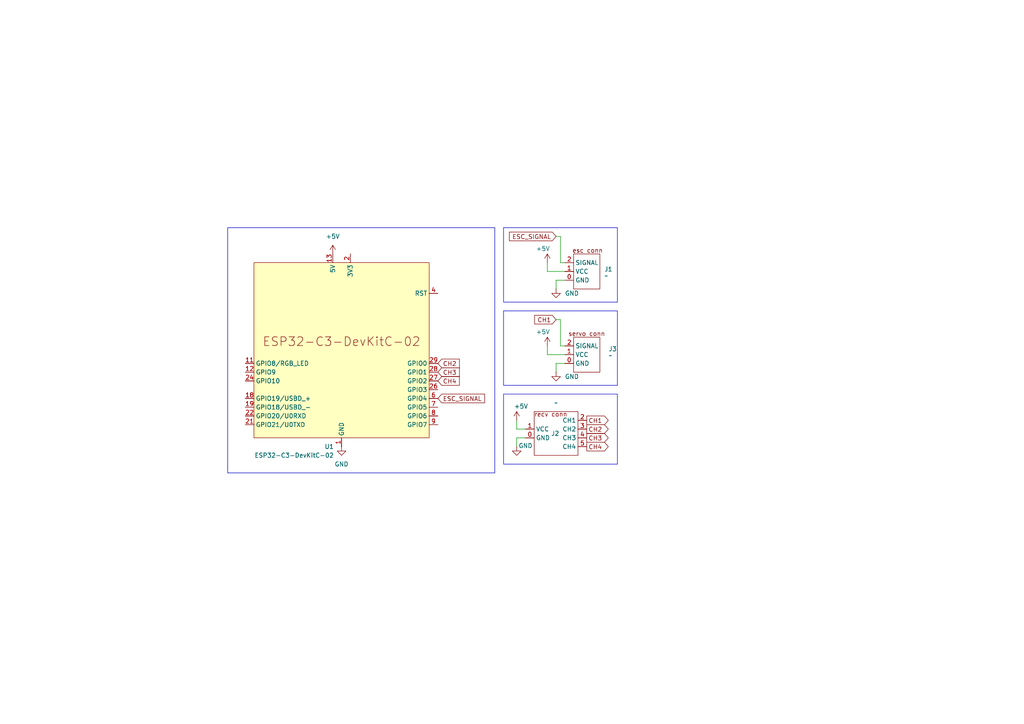
<source format=kicad_sch>
(kicad_sch (version 20231120) (generator "eeschema") (generator_version "8.0")
  (paper "A4")
  (lib_symbols
    (symbol "PCM_Espressif:ESP32-C3-DevKitC-02"
      (property "Reference" "U" (at -25.4 30.48 0))
      (property "Value" "ESP32-C3-DevKitC-02" (at -25.4 27.94 0))
      (symbol "ESP32-C3-DevKitC-02_0_1"
        (rectangle (start -25.4 25.4) (end 25.4 -25.4) (fill (type background)))
      )
      (symbol "ESP32-C3-DevKitC-02_1_0"
        (text "ESP32-C3-DevKitC-02" (at 0 2.54 0) (effects (font (size 2.54 2.54))))
      )
      (symbol "ESP32-C3-DevKitC-02_1_1"
        (pin passive line (at 0 -27.94 90) (length 2.54) (name "GND") (number "1"))
        (pin passive line (at 0 -27.94 90) (length 2.54) hide (name "GND") (number "10"))
        (pin bidirectional line (at 27.94 -3.81 180) (length 2.54) (name "GPIO8/RGB_LED") (number "11"))
        (pin bidirectional line (at 27.94 -6.35 180) (length 2.54) (name "GPIO9") (number "12"))
        (pin power_in line (at 2.54 27.94 270) (length 2.54) (name "5V") (number "13"))
        (pin power_in line (at 2.54 27.94 270) (length 2.54) hide (name "5V") (number "14"))
        (pin passive line (at 0 -27.94 90) (length 2.54) hide (name "GND") (number "15"))
        (pin passive line (at 0 -27.94 90) (length 2.54) hide (name "GND") (number "16"))
        (pin passive line (at 0 -27.94 90) (length 2.54) hide (name "GND") (number "17"))
        (pin bidirectional line (at 27.94 -13.97 180) (length 2.54) (name "GPIO19/USBD_+") (number "18"))
        (pin bidirectional line (at 27.94 -16.51 180) (length 2.54) (name "GPIO18/USBD_-") (number "19"))
        (pin power_in line (at -2.54 27.94 270) (length 2.54) (name "3V3") (number "2"))
        (pin passive line (at 0 -27.94 90) (length 2.54) hide (name "GND") (number "20"))
        (pin bidirectional line (at 27.94 -21.59 180) (length 2.54) (name "GPIO21/U0TXD") (number "21"))
        (pin bidirectional line (at 27.94 -19.05 180) (length 2.54) (name "GPIO20/U0RXD") (number "22"))
        (pin passive line (at 0 -27.94 90) (length 2.54) hide (name "GND") (number "23"))
        (pin bidirectional line (at 27.94 -8.89 180) (length 2.54) (name "GPIO10") (number "24"))
        (pin passive line (at 0 -27.94 90) (length 2.54) hide (name "GND") (number "25"))
        (pin bidirectional line (at -27.94 -11.43 0) (length 2.54) (name "GPIO3") (number "26"))
        (pin bidirectional line (at -27.94 -8.89 0) (length 2.54) (name "GPIO2") (number "27"))
        (pin bidirectional line (at -27.94 -6.35 0) (length 2.54) (name "GPIO1") (number "28"))
        (pin bidirectional line (at -27.94 -3.81 0) (length 2.54) (name "GPIO0") (number "29"))
        (pin power_in line (at -2.54 27.94 270) (length 2.54) hide (name "3V3") (number "3"))
        (pin passive line (at 0 -27.94 90) (length 2.54) hide (name "GND") (number "30"))
        (pin output line (at -27.94 16.51 0) (length 2.54) (name "RST") (number "4"))
        (pin passive line (at 0 -27.94 90) (length 2.54) hide (name "GND") (number "5"))
        (pin bidirectional line (at -27.94 -13.97 0) (length 2.54) (name "GPIO4") (number "6"))
        (pin bidirectional line (at -27.94 -16.51 0) (length 2.54) (name "GPIO5") (number "7"))
        (pin bidirectional line (at -27.94 -19.05 0) (length 2.54) (name "GPIO6") (number "8"))
        (pin bidirectional line (at -27.94 -21.59 0) (length 2.54) (name "GPIO7") (number "9"))
      )
    )
    (symbol "lib_progetto:esc_connector"
      (property "Reference" "J" (at 0 0 0))
      (symbol "esc_connector_0_1"
        (rectangle (start -6.35 5.08) (end 1.27 -5.08))
      )
      (symbol "esc_connector_1_1"
        (text "esc conn" (at -2.286 6.096 0) (effects (font (size 1.27 1.27))))
        (pin power_out line (at -8.89 -2.54 0) (length 2.54) (name "GND") (number "0"))
        (pin power_out line (at -8.89 0 0) (length 2.54) (name "VCC") (number "1"))
        (pin input line (at -8.89 2.54 0) (length 2.54) (name "SIGNAL") (number "2"))
      )
    )
    (symbol "lib_progetto:receiver_connector"
      (property "Reference" "J" (at 0 0 0))
      (symbol "receiver_connector_0_1"
        (rectangle (start -6.35 5.08) (end 6.35 -7.62))
      )
      (symbol "receiver_connector_1_1"
        (text "recv conn" (at -1.524 4.318 0) (effects (font (size 1.27 1.27))))
        (pin power_in line (at -8.89 -2.54 0) (length 2.54) (name "GND") (number "0"))
        (pin power_in line (at -8.89 0 0) (length 2.54) (name "VCC") (number "1"))
        (pin output line (at 8.89 2.54 180) (length 2.54) (name "CH1") (number "2"))
        (pin output line (at 8.89 0 180) (length 2.54) (name "CH2") (number "3"))
        (pin output line (at 8.89 -2.54 180) (length 2.54) (name "CH3") (number "4"))
        (pin output line (at 8.89 -5.08 180) (length 2.54) (name "CH4") (number "5"))
      )
    )
    (symbol "lib_progetto:steering_servo_connector"
      (property "Reference" "J" (at 0 0 0))
      (symbol "steering_servo_connector_0_1"
        (rectangle (start -6.35 5.08) (end 1.27 -5.08))
      )
      (symbol "steering_servo_connector_1_1"
        (text "servo conn" (at -2.54 6.096 0) (effects (font (size 1.27 1.27))))
        (pin power_in line (at -8.89 -2.54 0) (length 2.54) (name "GND") (number "0"))
        (pin power_in line (at -8.89 0 0) (length 2.54) (name "VCC") (number "1"))
        (pin input line (at -8.89 2.54 0) (length 2.54) (name "SIGNAL") (number "2"))
      )
    )
    (symbol "power:+5V" (power) (pin_numbers hide) (pin_names (offset 0) hide)
      (property "Value" "+5V" (at 0 3.556 0))
      (symbol "+5V_0_1"
        (polyline (pts (xy -0.762 1.27) (xy 0 2.54)))
        (polyline (pts (xy 0 0) (xy 0 2.54)))
        (polyline (pts (xy 0 2.54) (xy 0.762 1.27)))
      )
      (symbol "+5V_1_1"
        (pin power_in line (at 0 0 90) (length 0) (name "~") (number "1"))
      )
    )
    (symbol "power:GND" (power) (pin_numbers hide) (pin_names (offset 0) hide)
      (property "Value" "GND" (at 0 -3.81 0))
      (symbol "GND_0_1"
        (polyline (pts (xy 0 0) (xy 0 -1.27) (xy 1.27 -1.27) (xy 0 -2.54) (xy -1.27 -1.27) (xy 0 -1.27)))
      )
      (symbol "GND_1_1"
        (pin power_in line (at 0 0 270) (length 0) (name "~") (number "1"))
      )
    )
  )
  (wire (pts (xy 149.86 121.92) (xy 149.86 124.46)))
  (wire (pts (xy 149.86 129.54) (xy 149.86 127)))
  (wire (pts (xy 158.75 78.74) (xy 163.83 78.74)))
  (wire (pts (xy 161.29 68.58) (xy 162.56 68.58)))
  (wire (pts (xy 149.86 124.46) (xy 152.4 124.46)))
  (wire (pts (xy 162.56 76.2) (xy 163.83 76.2)))
  (wire (pts (xy 162.56 68.58) (xy 162.56 76.2)))
  (wire (pts (xy 162.56 100.33) (xy 163.83 100.33)))
  (wire (pts (xy 161.29 105.41) (xy 163.83 105.41)))
  (wire (pts (xy 161.29 92.71) (xy 162.56 92.71)))
  (wire (pts (xy 162.56 92.71) (xy 162.56 100.33)))
  (wire (pts (xy 158.75 100.33) (xy 158.75 102.87)))
  (wire (pts (xy 161.29 83.82) (xy 161.29 81.28)))
  (wire (pts (xy 158.75 102.87) (xy 163.83 102.87)))
  (wire (pts (xy 149.86 127) (xy 152.4 127)))
  (wire (pts (xy 158.75 76.2) (xy 158.75 78.74)))
  (wire (pts (xy 161.29 107.95) (xy 161.29 105.41)))
  (wire (pts (xy 161.29 81.28) (xy 163.83 81.28)))
  (rectangle (start 146.05 90.17) (end 179.07 111.76))
  (rectangle (start 146.05 114.3) (end 179.07 134.62))
  (rectangle (start 66.04 66.04) (end 143.51 137.16))
  (rectangle (start 146.05 66.04) (end 179.07 87.63))
  (global_label "CH3" (shape input) (at 127 107.95 0) (property "Intersheetrefs" "${INTERSHEET_REFS}" (effects (hide yes))))
  (global_label "CH1" (shape input) (at 161.29 92.71 180) (property "Intersheetrefs" "${INTERSHEET_REFS}" (effects (hide yes))))
  (global_label "CH1" (shape output) (at 170.18 121.92 0) (property "Intersheetrefs" "${INTERSHEET_REFS}" (effects (hide yes))))
  (global_label "CH4" (shape input) (at 127 110.49 0) (property "Intersheetrefs" "${INTERSHEET_REFS}" (effects (hide yes))))
  (global_label "CH3" (shape output) (at 170.18 127 0) (property "Intersheetrefs" "${INTERSHEET_REFS}" (effects (hide yes))))
  (global_label "CH2" (shape output) (at 170.18 124.46 0) (property "Intersheetrefs" "${INTERSHEET_REFS}" (effects (hide yes))))
  (global_label "CH4" (shape output) (at 170.18 129.54 0) (property "Intersheetrefs" "${INTERSHEET_REFS}" (effects (hide yes))))
  (global_label "CH2" (shape input) (at 127 105.41 0) (property "Intersheetrefs" "${INTERSHEET_REFS}" (effects (hide yes))))
  (global_label "ESC_SIGNAL" (shape input) (at 161.29 68.58 180) (property "Intersheetrefs" "${INTERSHEET_REFS}" (effects (hide yes))))
  (global_label "ESC_SIGNAL" (shape input) (at 127 115.57 0) (property "Intersheetrefs" "${INTERSHEET_REFS}" (effects (hide yes))))
  (symbol (lib_id "lib_progetto:steering_servo_connector") (at 172.72 102.87 0) (unit 1)
    (property "Reference" "J3" (at 176.53 101.2161 0) (effects (justify left)))
    (property "Value" "~" (at 176.53 103.1212 0) (effects (justify left)))
  )
  (symbol (lib_id "power:GND") (at 99.06 129.54 0) (unit 1)
    (property "Reference" "#PWR02" (effects (hide yes)))
    (property "Value" "GND" (at 99.06 134.62 0))
    (property "Description" "Power symbol creates a global label with name \"GND\" , ground" (effects (hide yes)))
  )
  (symbol (lib_id "lib_progetto:receiver_connector") (at 161.29 124.46 0) (unit 1)
    (property "Reference" "J2" (at 161.036 125.73 0))
    (property "Value" "~" (at 161.2888 116.84 0))
  )
  (symbol (lib_id "power:+5V") (at 96.52 73.66 0) (unit 1)
    (property "Reference" "#PWR01" (effects (hide yes)))
    (property "Value" "+5V" (at 96.52 68.58 0))
    (property "Description" "Power symbol creates a global label with name \"+5V\"" (effects (hide yes)))
  )
  (symbol (lib_id "lib_progetto:esc_connector") (at 172.72 78.74 0) (unit 1)
    (property "Reference" "J1" (at 175.26 78.1049 0) (effects (justify left)))
    (property "Value" "~" (at 175.26 80.01 0) (effects (justify left)))
  )
  (symbol (lib_id "power:+5V") (at 158.75 100.33 0) (unit 1)
    (property "Reference" "#PWR08" (effects (hide yes)))
    (property "Value" "+5V" (at 157.48 96.266 0))
    (property "Description" "Power symbol creates a global label with name \"+5V\"" (effects (hide yes)))
  )
  (symbol (lib_id "power:GND") (at 161.29 107.95 0) (unit 1)
    (property "Reference" "#PWR09" (effects (hide yes)))
    (property "Value" "GND" (at 163.83 109.2199 0) (effects (justify left)))
    (property "Description" "Power symbol creates a global label with name \"GND\" , ground" (effects (hide yes)))
  )
  (symbol (lib_id "power:+5V") (at 149.86 121.92 0) (mirror y) (unit 1)
    (property "Reference" "#PWR05" (effects (hide yes)))
    (property "Value" "+5V" (at 151.13 117.856 0))
    (property "Description" "Power symbol creates a global label with name \"+5V\"" (effects (hide yes)))
  )
  (symbol (lib_id "PCM_Espressif:ESP32-C3-DevKitC-02") (at 99.06 101.6 0) (mirror y) (unit 1)
    (property "Reference" "U1" (at 96.8659 129.54 0) (effects (justify left)))
    (property "Value" "ESP32-C3-DevKitC-02" (at 96.8659 132.08 0) (effects (justify left)))
    (property "Footprint" "PCM_Espressif:ESP32-C3-DevKitC-02" (effects (hide yes)))
    (property "Datasheet" "https://www.espressif.com/sites/default/files/documentation/esp32-c3_datasheet_en.pdf" (effects (hide yes)))
    (property "Description" "ESP32-C3-DevKitC-02 is an entry-level development board based on ESP32-C3-WROOM-02, a general-purpose module with 4 MB SPI flash. This board integrates complete Wi-Fi and Bluetooth® Low Energy functions." (effects (hide yes)))
  )
  (symbol (lib_id "power:+5V") (at 158.75 76.2 0) (unit 1)
    (property "Reference" "#PWR04" (effects (hide yes)))
    (property "Value" "+5V" (at 157.48 72.136 0))
    (property "Description" "Power symbol creates a global label with name \"+5V\"" (effects (hide yes)))
  )
  (symbol (lib_id "power:GND") (at 149.86 129.54 0) (unit 1)
    (property "Reference" "#PWR03" (effects (hide yes)))
    (property "Value" "GND" (at 150.368 129.286 0) (effects (justify left)))
    (property "Description" "Power symbol creates a global label with name \"GND\" , ground" (effects (hide yes)))
  )
  (symbol (lib_id "power:GND") (at 161.29 83.82 0) (unit 1)
    (property "Reference" "#PWR06" (effects (hide yes)))
    (property "Value" "GND" (at 163.83 85.0899 0) (effects (justify left)))
    (property "Description" "Power symbol creates a global label with name \"GND\" , ground" (effects (hide yes)))
  )
)
</source>
